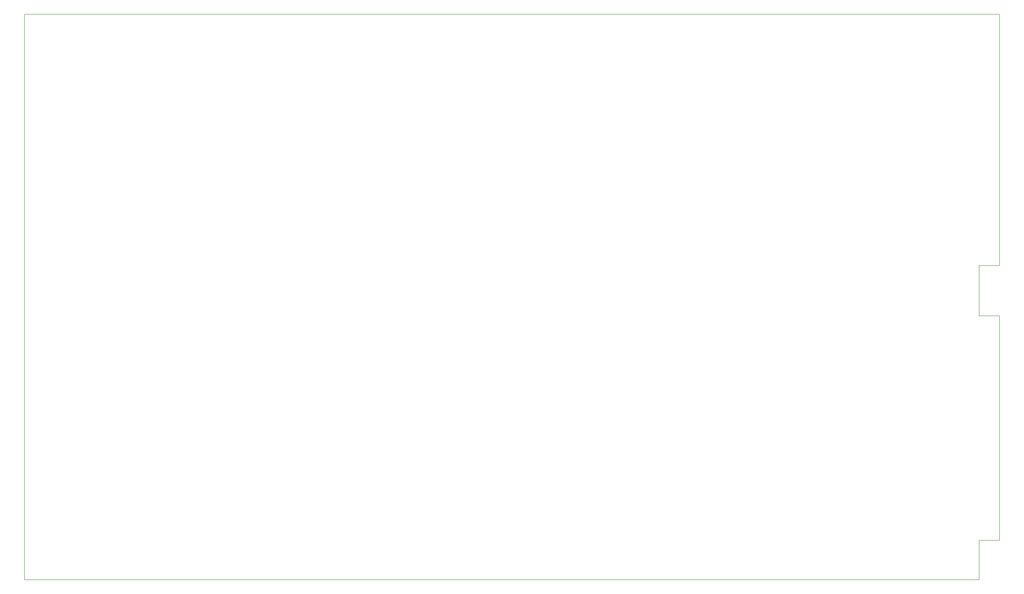
<source format=gm1>
G04*
G04  File:            PCB-11.BRD, Sun Feb 24 12:18:14 2019*
G04  Source:          P-CAD 2006 PCB, Version 19.02.958, (D:\pcb-11\pcb-11.pcb)*
G04  Format:          Gerber Format (RS-274-D), ASCII*
G04*
G04  Format Options:  Absolute Positioning*
G04                   Leading-Zero Suppression*
G04                   Scale Factor 1:1*
G04                   NO Circular Interpolation*
G04                   Inch Units*
G04                   Numeric Format: 4.4 (XXXX.XXXX)*
G04                   G54 NOT Used for Aperture Change*
G04                   Apertures Embedded*
G04*
G04  File Options:    Offset = (0.0mil,0.0mil)*
G04                   Drill Symbol Size = 80.0mil*
G04                   No Pad/Via Holes*
G04*
G04  File Contents:   No Pads*
G04                   No Vias*
G04                   No Designators*
G04                   No Types*
G04                   No Values*
G04                   No Drill Symbols*
G04                   Board*
G04*
%INPCB-11.BRD*%
%ICAS*%
%MOIN*%
G04*
G04  Aperture MACROs for general use --- invoked via D-code assignment *
G04*
G04  General MACRO for flashed round with rotation and/or offset hole *
%AMROTOFFROUND*
1,1,$1,0.0000,0.0000*
1,0,$2,$3,$4*%
G04*
G04  General MACRO for flashed oval (obround) with rotation and/or offset hole *
%AMROTOFFOVAL*
21,1,$1,$2,0.0000,0.0000,$3*
1,1,$4,$5,$6*
1,1,$4,0-$5,0-$6*
1,0,$7,$8,$9*%
G04*
G04  General MACRO for flashed oval (obround) with rotation and no hole *
%AMROTOVALNOHOLE*
21,1,$1,$2,0.0000,0.0000,$3*
1,1,$4,$5,$6*
1,1,$4,0-$5,0-$6*%
G04*
G04  General MACRO for flashed rectangle with rotation and/or offset hole *
%AMROTOFFRECT*
21,1,$1,$2,0.0000,0.0000,$3*
1,0,$4,$5,$6*%
G04*
G04  General MACRO for flashed rectangle with rotation and no hole *
%AMROTRECTNOHOLE*
21,1,$1,$2,0.0000,0.0000,$3*%
G04*
G04  General MACRO for flashed rounded-rectangle *
%AMROUNDRECT*
21,1,$1,$2-$4,0.0000,0.0000,$3*
21,1,$1-$4,$2,0.0000,0.0000,$3*
1,1,$4,$5,$6*
1,1,$4,$7,$8*
1,1,$4,0-$5,0-$6*
1,1,$4,0-$7,0-$8*
1,0,$9,$10,$11*%
G04*
G04  General MACRO for flashed rounded-rectangle with rotation and no hole *
%AMROUNDRECTNOHOLE*
21,1,$1,$2-$4,0.0000,0.0000,$3*
21,1,$1-$4,$2,0.0000,0.0000,$3*
1,1,$4,$5,$6*
1,1,$4,$7,$8*
1,1,$4,0-$5,0-$6*
1,1,$4,0-$7,0-$8*%
G04*
G04  General MACRO for flashed regular polygon *
%AMREGPOLY*
5,1,$1,0.0000,0.0000,$2,$3+$4*
1,0,$5,$6,$7*%
G04*
G04  General MACRO for flashed regular polygon with no hole *
%AMREGPOLYNOHOLE*
5,1,$1,0.0000,0.0000,$2,$3+$4*%
G04*
G04  General MACRO for target *
%AMTARGET*
6,0,0,$1,$2,$3,4,$4,$5,$6*%
G04*
G04  General MACRO for mounting hole *
%AMMTHOLE*
1,1,$1,0,0*
1,0,$2,0,0*
$1=$1-$2*
$1=$1/2*
21,1,$2+$1,$3,0,0,$4*
21,1,$3,$2+$1,0,0,$4*%
G04*
G04*
G04  D10 : "Ellipse X0.254mm Y0.254mm H0.000mm 0.0deg (0.000mm,0.000mm) Draw"*
G04  Disc: OuterDia=0.0100*
%ADD10C, 0.0100*%
G04  D11 : "Ellipse X2.540mm Y2.540mm H0.000mm 0.0deg (0.000mm,0.000mm) Draw"*
G04  Disc: OuterDia=0.1000*
%ADD11C, 0.1000*%
G04  D12 : "Ellipse X0.300mm Y0.300mm H0.000mm 0.0deg (0.000mm,0.000mm) Draw"*
G04  Disc: OuterDia=0.0118*
%ADD12C, 0.0118*%
G04  D13 : "Ellipse X3.348mm Y3.348mm H0.000mm 0.0deg (0.000mm,0.000mm) Draw"*
G04  Disc: OuterDia=0.1318*
%ADD13C, 0.1318*%
G04  D14 : "Ellipse X0.400mm Y0.400mm H0.000mm 0.0deg (0.000mm,0.000mm) Draw"*
G04  Disc: OuterDia=0.0157*
%ADD14C, 0.0157*%
G04  D15 : "Ellipse X5.000mm Y5.000mm H0.000mm 0.0deg (0.000mm,0.000mm) Draw"*
G04  Disc: OuterDia=0.1969*
%ADD15C, 0.1969*%
G04  D16 : "Ellipse X0.508mm Y0.508mm H0.000mm 0.0deg (0.000mm,0.000mm) Draw"*
G04  Disc: OuterDia=0.0200*
%ADD16C, 0.0200*%
G04  D17 : "Ellipse X0.600mm Y0.600mm H0.000mm 0.0deg (0.000mm,0.000mm) Draw"*
G04  Disc: OuterDia=0.0236*
%ADD17C, 0.0236*%
G04  D18 : "Ellipse X6.000mm Y6.000mm H0.000mm 0.0deg (0.000mm,0.000mm) Draw"*
G04  Disc: OuterDia=0.2362*
%ADD18C, 0.2362*%
G04  D19 : "Ellipse X0.635mm Y0.635mm H0.000mm 0.0deg (0.000mm,0.000mm) Draw"*
G04  Disc: OuterDia=0.0250*
%ADD19C, 0.0250*%
G04  D20 : "Ellipse X0.700mm Y0.700mm H0.000mm 0.0deg (0.000mm,0.000mm) Draw"*
G04  Disc: OuterDia=0.0276*
%ADD20C, 0.0276*%
G04  D21 : "Ellipse X1.100mm Y1.100mm H0.000mm 0.0deg (0.000mm,0.000mm) Draw"*
G04  Disc: OuterDia=0.0433*
%ADD21C, 0.0433*%
G04  D22 : "Ellipse X0.127mm Y0.127mm H0.000mm 0.0deg (0.000mm,0.000mm) Draw"*
G04  Disc: OuterDia=0.0050*
%ADD22C, 0.0050*%
G04  D23 : "Ellipse X1.270mm Y1.270mm H0.000mm 0.0deg (0.000mm,0.000mm) Draw"*
G04  Disc: OuterDia=0.0500*
%ADD23C, 0.0500*%
G04  D24 : "Ellipse X1.500mm Y1.500mm H0.000mm 0.0deg (0.000mm,0.000mm) Draw"*
G04  Disc: OuterDia=0.0591*
%ADD24C, 0.0591*%
G04  D25 : "Ellipse X0.200mm Y0.200mm H0.000mm 0.0deg (0.000mm,0.000mm) Draw"*
G04  Disc: OuterDia=0.0079*
%ADD25C, 0.0079*%
G04  D26 : "Ellipse X2.200mm Y2.200mm H0.000mm 0.0deg (0.000mm,0.000mm) Draw"*
G04  Disc: OuterDia=0.0866*
%ADD26C, 0.0866*%
G04  D27 : "Ellipse X0.240mm Y0.240mm H0.000mm 0.0deg (0.000mm,0.000mm) Draw"*
G04  Disc: OuterDia=0.0094*
%ADD27C, 0.0094*%
G04  D28 : "Ellipse X2.300mm Y2.300mm H0.000mm 0.0deg (0.000mm,0.000mm) Draw"*
G04  Disc: OuterDia=0.0906*
%ADD28C, 0.0906*%
G04  D29 : "Ellipse X2.700mm Y2.700mm H0.000mm 0.0deg (0.000mm,0.000mm) Flash"*
G04  Disc: OuterDia=0.1063*
%ADD29C, 0.1063*%
G04  D30 : "Ellipse X2.900mm Y2.900mm H0.000mm 0.0deg (0.000mm,0.000mm) Flash"*
G04  Disc: OuterDia=0.1142*
%ADD30C, 0.1142*%
G04  D31 : "Ellipse X3.700mm Y3.700mm H0.000mm 0.0deg (0.000mm,0.000mm) Flash"*
G04  Disc: OuterDia=0.1457*
%ADD31C, 0.1457*%
G04  D32 : "Ellipse X4.500mm Y4.500mm H0.000mm 0.0deg (0.000mm,0.000mm) Flash"*
G04  Disc: OuterDia=0.1772*
%ADD32C, 0.1772*%
G04  D33 : "Ellipse X4.700mm Y4.700mm H0.000mm 0.0deg (0.000mm,0.000mm) Flash"*
G04  Disc: OuterDia=0.1850*
%ADD33C, 0.1850*%
G04  D34 : "Ellipse X4.900mm Y4.900mm H0.000mm 0.0deg (0.000mm,0.000mm) Flash"*
G04  Disc: OuterDia=0.1929*
%ADD34C, 0.1929*%
G04  D35 : "Ellipse X7.250mm Y7.250mm H0.000mm 0.0deg (0.000mm,0.000mm) Flash"*
G04  Disc: OuterDia=0.2854*
%ADD35C, 0.2854*%
G04  D36 : "Ellipse X7.450mm Y7.450mm H0.000mm 0.0deg (0.000mm,0.000mm) Flash"*
G04  Disc: OuterDia=0.2933*
%ADD36C, 0.2933*%
G04  D37 : "Ellipse X1.500mm Y1.500mm H0.000mm 0.0deg (0.000mm,0.000mm) Flash"*
G04  Disc: OuterDia=0.0591*
%ADD37C, 0.0591*%
G04  D38 : "Ellipse X1.700mm Y1.700mm H0.000mm 0.0deg (0.000mm,0.000mm) Flash"*
G04  Disc: OuterDia=0.0669*
%ADD38C, 0.0669*%
G04  D39 : "Ellipse X2.200mm Y2.200mm H0.000mm 0.0deg (0.000mm,0.000mm) Flash"*
G04  Disc: OuterDia=0.0866*
%ADD39C, 0.0866*%
G04  D40 : "Ellipse X2.300mm Y2.300mm H0.000mm 0.0deg (0.000mm,0.000mm) Flash"*
G04  Disc: OuterDia=0.0906*
%ADD40C, 0.0906*%
G04  D41 : "Ellipse X2.400mm Y2.400mm H0.000mm 0.0deg (0.000mm,0.000mm) Flash"*
G04  Disc: OuterDia=0.0945*
%ADD41C, 0.0945*%
G04  D42 : "Ellipse X2.500mm Y2.500mm H0.000mm 0.0deg (0.000mm,0.000mm) Flash"*
G04  Disc: OuterDia=0.0984*
%ADD42C, 0.0984*%
G04  D43 : "Mounting Hole X3.500mm Y3.500mm H0.000mm 0.0deg (0.000mm,0.000mm) Flash"*
G04  Mounting Hole: Diameter=0.1378, Rotation=0.0, LineWidth=0.0050 *
%ADD43MTHOLE, 0.1378 X0.1178 X0.0050 X0.0*%
G04  D44 : "Oval X2.000mm Y1.400mm H0.000mm 0.0deg (0.000mm,0.000mm) Flash"*
G04  Obround: DimX=0.0787, DimY=0.0551, Rotation=0.0, OffsetX=0.0000, OffsetY=0.0000, HoleDia=0.0000 *
%ADD44O, 0.0787 X0.0551*%
G04  D45 : "Oval X1.400mm Y2.000mm H0.000mm 0.0deg (0.000mm,0.000mm) Flash"*
G04  Obround: DimX=0.0551, DimY=0.0787, Rotation=0.0, OffsetX=0.0000, OffsetY=0.0000, HoleDia=0.0000 *
%ADD45O, 0.0551 X0.0787*%
G04  D46 : "Oval X2.200mm Y1.600mm H0.000mm 0.0deg (0.000mm,0.000mm) Flash"*
G04  Obround: DimX=0.0866, DimY=0.0630, Rotation=0.0, OffsetX=0.0000, OffsetY=0.0000, HoleDia=0.0000 *
%ADD46O, 0.0866 X0.0630*%
G04  D47 : "Oval X1.600mm Y2.200mm H0.000mm 0.0deg (0.000mm,0.000mm) Flash"*
G04  Obround: DimX=0.0630, DimY=0.0866, Rotation=0.0, OffsetX=0.0000, OffsetY=0.0000, HoleDia=0.0000 *
%ADD47O, 0.0630 X0.0866*%
G04  D48 : "Ellipse X1.200mm Y1.200mm H0.000mm 0.0deg (0.000mm,0.000mm) Flash"*
G04  Disc: OuterDia=0.0472*
%ADD48C, 0.0472*%
G04  D49 : "Ellipse X1.400mm Y1.400mm H0.000mm 0.0deg (0.000mm,0.000mm) Flash"*
G04  Disc: OuterDia=0.0551*
%ADD49C, 0.0551*%
G04*
%FSLAX44Y44*%
%SFA1B1*%
%OFA0.0000B0.0000*%
G04*
G70*
G90*
G01*
D2*
%LNBoard*%
D22*
X10000Y11000*
X161750D1*
Y17250*
X165000*
Y53000*
X161750*
Y61000*
X165000*
Y101000*
X10000*
Y11000*
D02M02*

</source>
